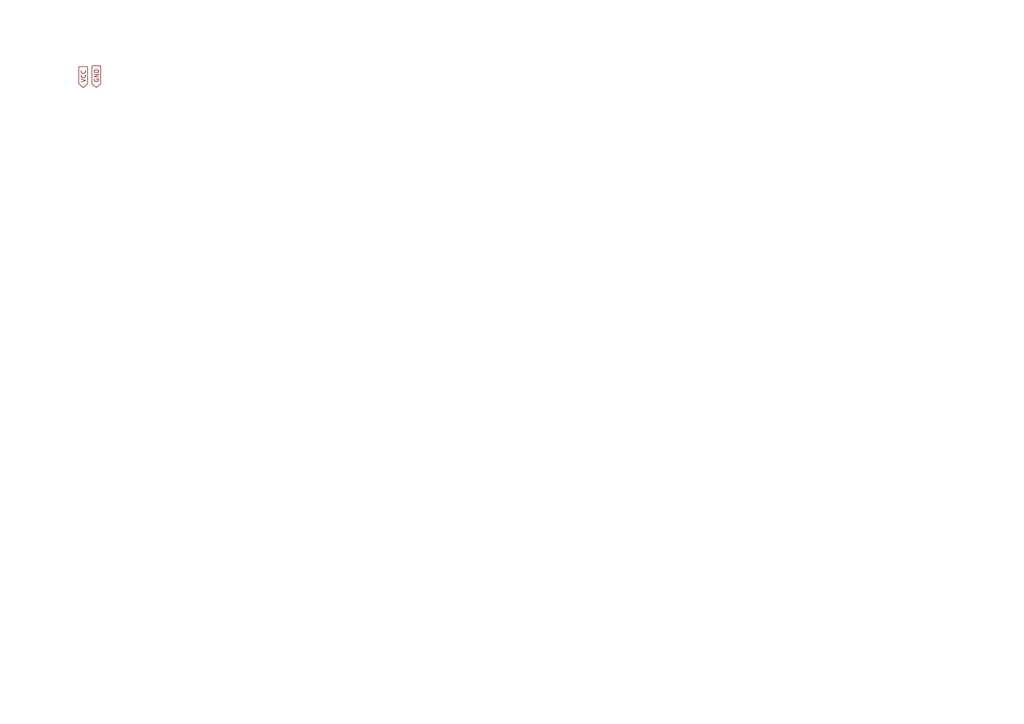
<source format=kicad_sch>
(kicad_sch (version 20211123) (generator eeschema)
  (paper "A4")
  (lib_symbols)
  (global_label "GND" (shape input) (at 27.94 25.4 90) (property "Intersheet References" "${INTERSHEET_REFS}" (effects hide)))
  (global_label "VCC" (shape input) (at 24.13 25.4 90) (property "Intersheet References" "${INTERSHEET_REFS}" (effects hide)))
)
</source>
